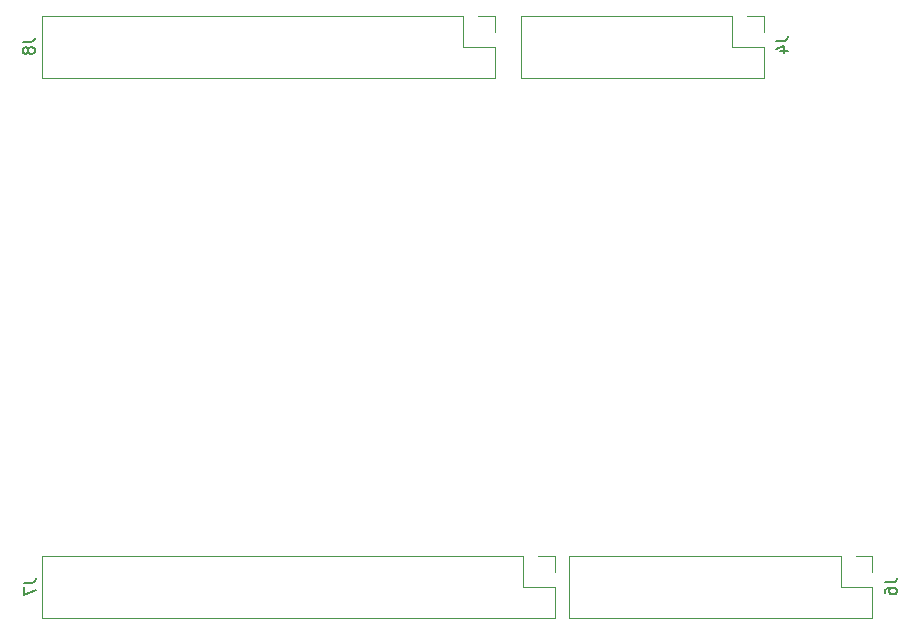
<source format=gbo>
G04 #@! TF.GenerationSoftware,KiCad,Pcbnew,9.0.3*
G04 #@! TF.CreationDate,2025-08-06T01:31:41+09:00*
G04 #@! TF.ProjectId,sasakicatchrobomain25,73617361-6b69-4636-9174-6368726f626f,rev?*
G04 #@! TF.SameCoordinates,Original*
G04 #@! TF.FileFunction,Legend,Bot*
G04 #@! TF.FilePolarity,Positive*
%FSLAX46Y46*%
G04 Gerber Fmt 4.6, Leading zero omitted, Abs format (unit mm)*
G04 Created by KiCad (PCBNEW 9.0.3) date 2025-08-06 01:31:41*
%MOMM*%
%LPD*%
G01*
G04 APERTURE LIST*
%ADD10C,0.150000*%
%ADD11C,0.120000*%
G04 APERTURE END LIST*
D10*
X140774819Y-67321666D02*
X141489104Y-67321666D01*
X141489104Y-67321666D02*
X141631961Y-67274047D01*
X141631961Y-67274047D02*
X141727200Y-67178809D01*
X141727200Y-67178809D02*
X141774819Y-67035952D01*
X141774819Y-67035952D02*
X141774819Y-66940714D01*
X141108152Y-68226428D02*
X141774819Y-68226428D01*
X140727200Y-67988333D02*
X141441485Y-67750238D01*
X141441485Y-67750238D02*
X141441485Y-68369285D01*
X76994819Y-67436666D02*
X77709104Y-67436666D01*
X77709104Y-67436666D02*
X77851961Y-67389047D01*
X77851961Y-67389047D02*
X77947200Y-67293809D01*
X77947200Y-67293809D02*
X77994819Y-67150952D01*
X77994819Y-67150952D02*
X77994819Y-67055714D01*
X77423390Y-68055714D02*
X77375771Y-67960476D01*
X77375771Y-67960476D02*
X77328152Y-67912857D01*
X77328152Y-67912857D02*
X77232914Y-67865238D01*
X77232914Y-67865238D02*
X77185295Y-67865238D01*
X77185295Y-67865238D02*
X77090057Y-67912857D01*
X77090057Y-67912857D02*
X77042438Y-67960476D01*
X77042438Y-67960476D02*
X76994819Y-68055714D01*
X76994819Y-68055714D02*
X76994819Y-68246190D01*
X76994819Y-68246190D02*
X77042438Y-68341428D01*
X77042438Y-68341428D02*
X77090057Y-68389047D01*
X77090057Y-68389047D02*
X77185295Y-68436666D01*
X77185295Y-68436666D02*
X77232914Y-68436666D01*
X77232914Y-68436666D02*
X77328152Y-68389047D01*
X77328152Y-68389047D02*
X77375771Y-68341428D01*
X77375771Y-68341428D02*
X77423390Y-68246190D01*
X77423390Y-68246190D02*
X77423390Y-68055714D01*
X77423390Y-68055714D02*
X77471009Y-67960476D01*
X77471009Y-67960476D02*
X77518628Y-67912857D01*
X77518628Y-67912857D02*
X77613866Y-67865238D01*
X77613866Y-67865238D02*
X77804342Y-67865238D01*
X77804342Y-67865238D02*
X77899580Y-67912857D01*
X77899580Y-67912857D02*
X77947200Y-67960476D01*
X77947200Y-67960476D02*
X77994819Y-68055714D01*
X77994819Y-68055714D02*
X77994819Y-68246190D01*
X77994819Y-68246190D02*
X77947200Y-68341428D01*
X77947200Y-68341428D02*
X77899580Y-68389047D01*
X77899580Y-68389047D02*
X77804342Y-68436666D01*
X77804342Y-68436666D02*
X77613866Y-68436666D01*
X77613866Y-68436666D02*
X77518628Y-68389047D01*
X77518628Y-68389047D02*
X77471009Y-68341428D01*
X77471009Y-68341428D02*
X77423390Y-68246190D01*
X77074819Y-113206666D02*
X77789104Y-113206666D01*
X77789104Y-113206666D02*
X77931961Y-113159047D01*
X77931961Y-113159047D02*
X78027200Y-113063809D01*
X78027200Y-113063809D02*
X78074819Y-112920952D01*
X78074819Y-112920952D02*
X78074819Y-112825714D01*
X77074819Y-113587619D02*
X77074819Y-114254285D01*
X77074819Y-114254285D02*
X78074819Y-113825714D01*
X149984819Y-113196666D02*
X150699104Y-113196666D01*
X150699104Y-113196666D02*
X150841961Y-113149047D01*
X150841961Y-113149047D02*
X150937200Y-113053809D01*
X150937200Y-113053809D02*
X150984819Y-112910952D01*
X150984819Y-112910952D02*
X150984819Y-112815714D01*
X149984819Y-114101428D02*
X149984819Y-113910952D01*
X149984819Y-113910952D02*
X150032438Y-113815714D01*
X150032438Y-113815714D02*
X150080057Y-113768095D01*
X150080057Y-113768095D02*
X150222914Y-113672857D01*
X150222914Y-113672857D02*
X150413390Y-113625238D01*
X150413390Y-113625238D02*
X150794342Y-113625238D01*
X150794342Y-113625238D02*
X150889580Y-113672857D01*
X150889580Y-113672857D02*
X150937200Y-113720476D01*
X150937200Y-113720476D02*
X150984819Y-113815714D01*
X150984819Y-113815714D02*
X150984819Y-114006190D01*
X150984819Y-114006190D02*
X150937200Y-114101428D01*
X150937200Y-114101428D02*
X150889580Y-114149047D01*
X150889580Y-114149047D02*
X150794342Y-114196666D01*
X150794342Y-114196666D02*
X150556247Y-114196666D01*
X150556247Y-114196666D02*
X150461009Y-114149047D01*
X150461009Y-114149047D02*
X150413390Y-114101428D01*
X150413390Y-114101428D02*
X150365771Y-114006190D01*
X150365771Y-114006190D02*
X150365771Y-113815714D01*
X150365771Y-113815714D02*
X150413390Y-113720476D01*
X150413390Y-113720476D02*
X150461009Y-113672857D01*
X150461009Y-113672857D02*
X150556247Y-113625238D01*
D11*
X119180000Y-65205000D02*
X119180000Y-70505000D01*
X137070000Y-65205000D02*
X119180000Y-65205000D01*
X137070000Y-65205000D02*
X137070000Y-67855000D01*
X137070000Y-67855000D02*
X139720000Y-67855000D01*
X138340000Y-65205000D02*
X139720000Y-65205000D01*
X139720000Y-65205000D02*
X139720000Y-66585000D01*
X139720000Y-67855000D02*
X139720000Y-70505000D01*
X139720000Y-70505000D02*
X119180000Y-70505000D01*
X78620000Y-65205000D02*
X78620000Y-70505000D01*
X114290000Y-65205000D02*
X78620000Y-65205000D01*
X114290000Y-65205000D02*
X114290000Y-67855000D01*
X114290000Y-67855000D02*
X116940000Y-67855000D01*
X115560000Y-65205000D02*
X116940000Y-65205000D01*
X116940000Y-65205000D02*
X116940000Y-66585000D01*
X116940000Y-67855000D02*
X116940000Y-70505000D01*
X116940000Y-70505000D02*
X78620000Y-70505000D01*
X78620000Y-110920000D02*
X78620000Y-116220000D01*
X119370000Y-110920000D02*
X78620000Y-110920000D01*
X119370000Y-110920000D02*
X119370000Y-113570000D01*
X119370000Y-113570000D02*
X122020000Y-113570000D01*
X120640000Y-110920000D02*
X122020000Y-110920000D01*
X122020000Y-110920000D02*
X122020000Y-112300000D01*
X122020000Y-113570000D02*
X122020000Y-116220000D01*
X122020000Y-116220000D02*
X78620000Y-116220000D01*
X123260000Y-110920000D02*
X123260000Y-116220000D01*
X146230000Y-110920000D02*
X123260000Y-110920000D01*
X146230000Y-110920000D02*
X146230000Y-113570000D01*
X146230000Y-113570000D02*
X148880000Y-113570000D01*
X147500000Y-110920000D02*
X148880000Y-110920000D01*
X148880000Y-110920000D02*
X148880000Y-112300000D01*
X148880000Y-113570000D02*
X148880000Y-116220000D01*
X148880000Y-116220000D02*
X123260000Y-116220000D01*
M02*

</source>
